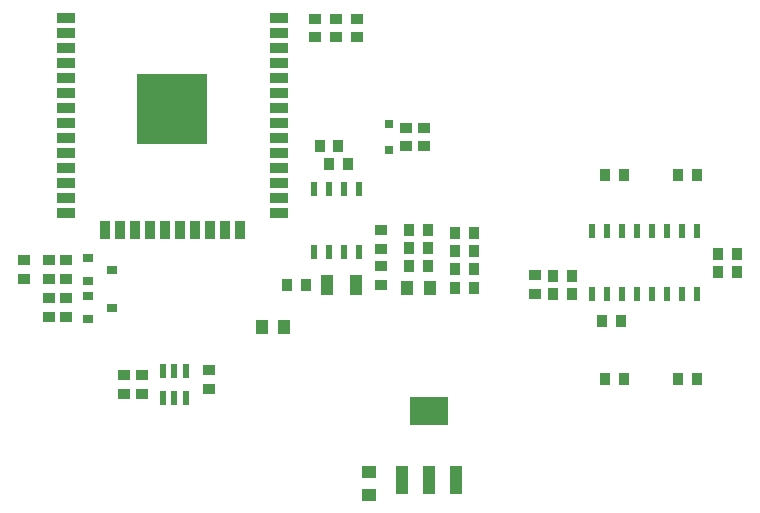
<source format=gbp>
G04*
G04 #@! TF.GenerationSoftware,Altium Limited,Altium Designer,21.2.1 (34)*
G04*
G04 Layer_Color=128*
%FSLAX44Y44*%
%MOMM*%
G71*
G04*
G04 #@! TF.SameCoordinates,88615370-4C05-4218-9965-B51CFC903A55*
G04*
G04*
G04 #@! TF.FilePolarity,Positive*
G04*
G01*
G75*
%ADD14R,1.0000X0.9500*%
%ADD15R,0.9500X1.0000*%
%ADD16R,0.6000X1.3000*%
%ADD40R,6.0198X6.0198*%
%ADD41R,0.6000X1.1500*%
%ADD42R,0.8000X0.8000*%
%ADD43R,0.9000X0.8000*%
%ADD44R,1.5240X0.9144*%
%ADD45R,0.9144X1.5240*%
%ADD46R,1.0000X1.3000*%
%ADD47R,1.0000X1.8000*%
%ADD48R,1.0000X2.4000*%
%ADD49R,3.3000X2.4000*%
%ADD50R,1.3000X1.0000*%
D14*
X313500Y121250D02*
D03*
Y137250D02*
D03*
X257000Y116750D02*
D03*
Y132750D02*
D03*
X590000Y217000D02*
D03*
Y201000D02*
D03*
X459250Y255750D02*
D03*
Y239750D02*
D03*
X177750Y198000D02*
D03*
Y182000D02*
D03*
X192750Y198000D02*
D03*
X192750Y182000D02*
D03*
X157000Y230000D02*
D03*
Y214000D02*
D03*
X177791Y214059D02*
D03*
Y230059D02*
D03*
X192750Y214000D02*
D03*
Y230000D02*
D03*
X421250Y434500D02*
D03*
Y418500D02*
D03*
X241750Y116750D02*
D03*
Y132750D02*
D03*
X480750Y326250D02*
D03*
Y342250D02*
D03*
X496000Y326250D02*
D03*
Y342250D02*
D03*
X459250Y224750D02*
D03*
Y208750D02*
D03*
X439250Y418500D02*
D03*
Y434500D02*
D03*
X403250D02*
D03*
Y418500D02*
D03*
D15*
X727000Y129250D02*
D03*
X711000D02*
D03*
X649000D02*
D03*
X665000D02*
D03*
X662750Y178500D02*
D03*
X646750D02*
D03*
X621250Y201250D02*
D03*
X605250D02*
D03*
X621250Y216750D02*
D03*
X605250D02*
D03*
X744250Y219750D02*
D03*
X760250D02*
D03*
X744250Y235000D02*
D03*
X760250D02*
D03*
X649000Y302000D02*
D03*
X665000D02*
D03*
X727000D02*
D03*
X711000D02*
D03*
X537750Y237750D02*
D03*
X521750D02*
D03*
X415250Y311792D02*
D03*
X431250D02*
D03*
X407250Y327000D02*
D03*
X423250D02*
D03*
X380000Y208750D02*
D03*
X396000D02*
D03*
X483020Y224723D02*
D03*
X499021D02*
D03*
X499021Y240223D02*
D03*
X483020D02*
D03*
X499021Y255723D02*
D03*
X483020D02*
D03*
X537750Y253250D02*
D03*
X521750D02*
D03*
Y222250D02*
D03*
X537750D02*
D03*
Y206750D02*
D03*
X521750D02*
D03*
D16*
X638300Y254670D02*
D03*
X651000Y254670D02*
D03*
X663700Y254670D02*
D03*
X676400D02*
D03*
X638300Y201330D02*
D03*
X651000Y201330D02*
D03*
X663700Y201330D02*
D03*
X676400D02*
D03*
X689100Y254670D02*
D03*
X701800D02*
D03*
X714500Y254670D02*
D03*
X727200Y254670D02*
D03*
X689100Y201330D02*
D03*
X701800D02*
D03*
X714500Y201330D02*
D03*
X727200Y201330D02*
D03*
X402700Y290462D02*
D03*
X415400D02*
D03*
X428100D02*
D03*
X440800D02*
D03*
X402700Y237122D02*
D03*
X415400Y237122D02*
D03*
X428100Y237122D02*
D03*
X440800Y237122D02*
D03*
D40*
X282415Y358142D02*
D03*
D41*
X284250Y113195D02*
D03*
X274750Y135875D02*
D03*
X293750D02*
D03*
X284250Y135875D02*
D03*
X274750Y113125D02*
D03*
X293750D02*
D03*
D42*
X465750Y345250D02*
D03*
X465750Y323250D02*
D03*
D43*
X211416Y212684D02*
D03*
X231666Y221934D02*
D03*
X211416Y231684D02*
D03*
X211375Y180500D02*
D03*
X231625Y189750D02*
D03*
X211375Y199500D02*
D03*
D44*
X372585Y409958D02*
D03*
X372585Y397258D02*
D03*
X372585Y384558D02*
D03*
X372585Y371858D02*
D03*
X372585Y359158D02*
D03*
X372585Y320842D02*
D03*
X372585Y308142D02*
D03*
X372585Y295442D02*
D03*
X372585Y282742D02*
D03*
X372585Y270042D02*
D03*
X192415Y270042D02*
D03*
X192415Y282742D02*
D03*
X192415Y295442D02*
D03*
X192415Y308142D02*
D03*
X192415Y320842D02*
D03*
X192415Y333542D02*
D03*
X192415Y346242D02*
D03*
X192415Y359158D02*
D03*
X192415Y371858D02*
D03*
X192415Y384558D02*
D03*
X192415Y397258D02*
D03*
Y409958D02*
D03*
X192415Y422658D02*
D03*
X372585Y422658D02*
D03*
Y435358D02*
D03*
X192415Y435358D02*
D03*
X372585Y346242D02*
D03*
Y333542D02*
D03*
D45*
X326865Y255142D02*
D03*
X314165Y255142D02*
D03*
X301465Y255142D02*
D03*
X288765Y255142D02*
D03*
X276065D02*
D03*
X263365Y255142D02*
D03*
X250665Y255142D02*
D03*
X237965Y255142D02*
D03*
X225265Y255142D02*
D03*
X339565D02*
D03*
D46*
X377500Y173250D02*
D03*
X358500D02*
D03*
X481520Y206723D02*
D03*
X500521D02*
D03*
D47*
X413250Y209000D02*
D03*
X438250D02*
D03*
D48*
X500000Y44000D02*
D03*
X523000D02*
D03*
X477000Y44000D02*
D03*
D49*
X500000Y102000D02*
D03*
D50*
X449250Y31250D02*
D03*
Y50250D02*
D03*
M02*

</source>
